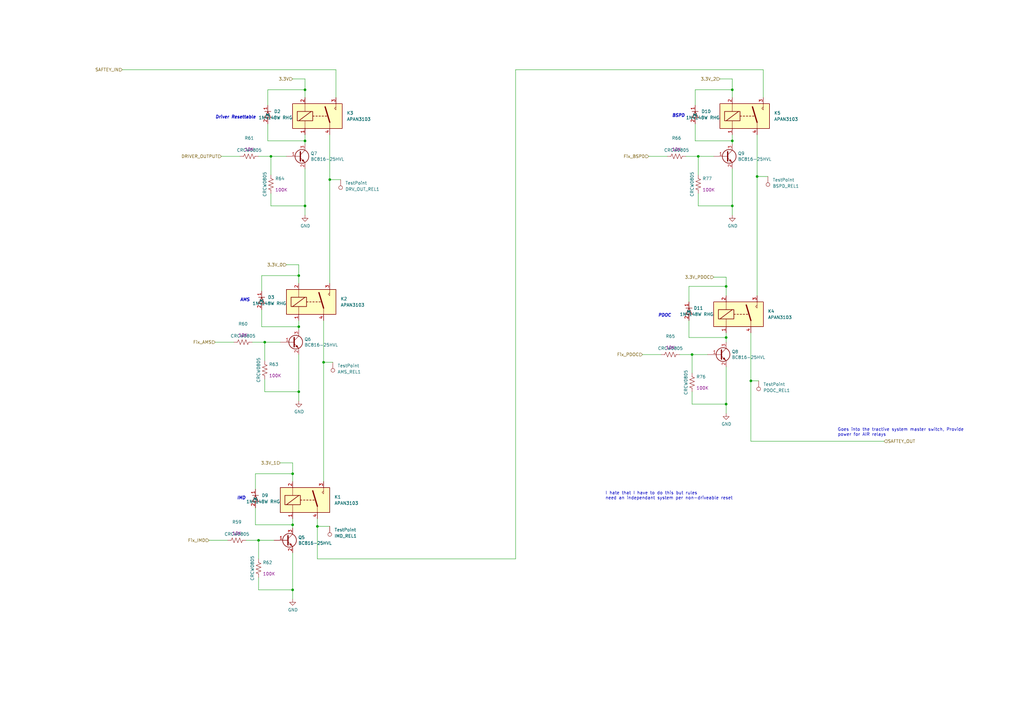
<source format=kicad_sch>
(kicad_sch (version 20231120) (generator "eeschema") (generator_version "8.0")
  (paper "A3")
  (lib_symbols
    (symbol "Connector:TestPoint" (pin_numbers hide) (pin_names (offset 0.762) hide)
      (property "Reference" "TP" (at 0 6.858 0))
      (property "Value" "TestPoint" (at 0 5.08 0))
      (symbol "TestPoint_0_1"
        (circle (center 0 3.302) (radius 0.762))
      )
      (symbol "TestPoint_1_1"
        (pin passive line (at 0 0 90) (length 2.54) (name "1") (number "1"))
      )
    )
    (symbol "Safety-Circuit-rescue:BC816-25HVL-UniSA_Motorsport_Transistor" (pin_names (offset 1.016))
      (property "Reference" "U" (at 4.445 1.27 0))
      (property "Value" "BC816-25HVL-UniSA_Motorsport_Transistor" (at 4.445 -1.27 0))
      (symbol "BC816-25HVL-UniSA_Motorsport_Transistor_1_1"
        (polyline (pts (xy -0.635 0.635) (xy 1.27 2.54)))
        (polyline (pts (xy -0.635 -0.635) (xy 1.27 -2.54) (xy 1.27 -2.54)))
        (polyline (pts (xy -0.635 1.905) (xy -0.635 -1.905) (xy -0.635 -1.905)) (stroke (width 0.508)))
        (polyline (pts (xy 0 -1.778) (xy 0.508 -1.27) (xy 1.016 -2.286) (xy 0 -1.778) (xy 0 -1.778)) (fill (type outline)))
        (circle (center 0 0) (radius 2.8194) (stroke (width 0.254)))
        (pin passive line (at -6.35 0 0) (length 5.715) (name "~") (number "1"))
        (pin passive line (at 1.27 -5.08 90) (length 2.54) (name "~") (number "2"))
        (pin passive line (at 1.27 5.08 270) (length 2.54) (name "~") (number "3"))
      )
    )
    (symbol "UniSA_Motorsport_Diode:1N4148W_RHG"
      (property "Reference" "D" (at 0 1.778 0))
      (property "Value" "1N4148W RHG" (at 0 -2.032 0))
      (symbol "1N4148W_RHG_0_1"
        (polyline (pts (xy -1.27 1.27) (xy -1.27 -1.27)) (stroke (width 0.2032)))
        (polyline (pts (xy 1.27 0) (xy -1.27 0)))
        (polyline (pts (xy 1.27 1.27) (xy 1.27 -1.27) (xy -1.27 0) (xy 1.27 1.27)) (stroke (width 0.2032)))
      )
      (symbol "1N4148W_RHG_1_1"
        (pin passive line (at -3.81 0 0) (length 2.54) (name "K") (number "1"))
        (pin passive line (at 3.81 0 180) (length 2.54) (name "A") (number "2"))
      )
    )
    (symbol "UniSA_Motorsport_Relay:APAN3103" (pin_names (offset 1.016))
      (property "Reference" "K" (at 13.97 0 90))
      (property "Value" "APAN3103" (at 11.43 0 90))
      (symbol "APAN3103_1_1"
        (rectangle (start -10.16 5.08) (end 10.16 -5.08) (stroke (width 0.254)) (fill (type background)))
        (rectangle (start -8.255 1.905) (end -1.905 -1.905) (stroke (width 0.254)))
        (polyline (pts (xy -7.62 -1.905) (xy -2.54 1.905)) (stroke (width 0.254)))
        (polyline (pts (xy -5.08 -5.08) (xy -5.08 -1.905)))
        (polyline (pts (xy -5.08 5.08) (xy -5.08 1.905)))
        (polyline (pts (xy -1.905 0) (xy -1.27 0)) (stroke (width 0.254)))
        (polyline (pts (xy -0.635 0) (xy 0 0)) (stroke (width 0.254)))
        (polyline (pts (xy 0.635 0) (xy 1.27 0)) (stroke (width 0.254)))
        (polyline (pts (xy 1.905 0) (xy 2.54 0)) (stroke (width 0.254)))
        (polyline (pts (xy 3.175 0) (xy 3.81 0)) (stroke (width 0.254)))
        (polyline (pts (xy 5.08 -2.54) (xy 3.175 3.81)) (stroke (width 0.508)))
        (polyline (pts (xy 5.08 -2.54) (xy 5.08 -5.08)))
        (polyline (pts (xy 7.62 5.08) (xy 7.62 2.54) (xy 6.985 3.175) (xy 7.62 3.81)))
        (pin passive line (at -5.08 -7.62 90) (length 2.54) (name "~") (number "1"))
        (pin passive line (at -5.08 7.62 270) (length 2.54) (name "~") (number "2"))
        (pin passive line (at 7.62 7.62 270) (length 2.54) (name "~") (number "3"))
        (pin passive line (at 5.08 -7.62 90) (length 2.54) (name "~") (number "4"))
      )
    )
    (symbol "UniSA_Motorsport_Resistor:CRCW0805" (pin_numbers hide) (pin_names (offset 0))
      (property "Reference" "R" (at 2.54 0 90))
      (property "Value" "CRCW0805" (at -2.54 0 90))
      (property "Resistance" "Give a E24 value" (at 5.08 0 90))
      (symbol "CRCW0805_0_1"
        (polyline (pts (xy 0 -2.286) (xy 0 -2.54)))
        (polyline (pts (xy 0 2.286) (xy 0 2.54)))
        (polyline (pts (xy 0 -0.762) (xy 1.016 -1.143) (xy 0 -1.524) (xy -1.016 -1.905) (xy 0 -2.286)))
        (polyline (pts (xy 0 0.762) (xy 1.016 0.381) (xy 0 0) (xy -1.016 -0.381) (xy 0 -0.762)))
        (polyline (pts (xy 0 2.286) (xy 1.016 1.905) (xy 0 1.524) (xy -1.016 1.143) (xy 0 0.762)))
      )
      (symbol "CRCW0805_1_1"
        (pin passive line (at 0 3.81 270) (length 1.27) (name "~") (number "1"))
        (pin passive line (at 0 -3.81 90) (length 1.27) (name "~") (number "2"))
      )
    )
    (symbol "power:GND" (power) (pin_names (offset 0))
      (property "Value" "GND" (at 0 -3.81 0))
      (symbol "GND_0_1"
        (polyline (pts (xy 0 0) (xy 0 -1.27) (xy 1.27 -1.27) (xy 0 -2.54) (xy -1.27 -1.27) (xy 0 -1.27)))
      )
      (symbol "GND_1_1"
        (pin power_in line (at 0 0 270) (length 0) hide (name "GND") (number "1"))
      )
    )
  )
  (junction (at 283.845 145.415))
  (junction (at 297.815 165.735))
  (junction (at 122.555 113.03))
  (junction (at 106.045 221.615))
  (junction (at 108.585 140.335))
  (junction (at 120.015 241.935))
  (junction (at 286.385 64.135))
  (junction (at 120.015 194.31))
  (junction (at 125.095 57.785))
  (junction (at 111.125 64.135))
  (junction (at 135.255 73.66))
  (junction (at 122.555 160.655))
  (junction (at 122.555 133.985))
  (junction (at 297.815 117.475))
  (junction (at 300.355 84.455))
  (junction (at 297.815 138.43))
  (junction (at 132.715 148.59))
  (junction (at 300.355 36.83))
  (junction (at 120.015 215.265))
  (junction (at 125.095 84.455))
  (junction (at 307.975 156.21))
  (junction (at 310.515 72.39))
  (junction (at 130.175 215.9))
  (junction (at 125.095 36.83))
  (junction (at 300.355 57.785))
  (wire (pts (xy 120.015 197.485) (xy 120.015 194.31)))
  (wire (pts (xy 106.045 229.235) (xy 106.045 221.615)))
  (wire (pts (xy 95.885 140.335) (xy 88.265 140.335)))
  (wire (pts (xy 108.585 147.955) (xy 108.585 140.335)))
  (wire (pts (xy 106.045 221.615) (xy 112.395 221.615)))
  (wire (pts (xy 132.715 148.59) (xy 136.525 148.59)))
  (wire (pts (xy 211.455 28.575) (xy 313.055 28.575)))
  (wire (pts (xy 125.095 69.215) (xy 125.095 84.455)))
  (wire (pts (xy 211.455 229.235) (xy 130.175 229.235)))
  (wire (pts (xy 282.575 117.475) (xy 297.815 117.475)))
  (wire (pts (xy 297.815 150.495) (xy 297.815 165.735)))
  (wire (pts (xy 109.855 43.18) (xy 109.855 36.83)))
  (wire (pts (xy 120.015 241.935) (xy 120.015 245.745)))
  (wire (pts (xy 108.585 160.655) (xy 122.555 160.655)))
  (wire (pts (xy 122.555 133.985) (xy 122.555 135.255)))
  (wire (pts (xy 282.575 138.43) (xy 297.815 138.43)))
  (wire (pts (xy 286.385 84.455) (xy 300.355 84.455)))
  (wire (pts (xy 297.815 121.285) (xy 297.815 117.475)))
  (wire (pts (xy 125.095 57.785) (xy 125.095 59.055)))
  (wire (pts (xy 273.685 64.135) (xy 266.065 64.135)))
  (wire (pts (xy 125.095 32.385) (xy 120.015 32.385)))
  (wire (pts (xy 286.385 64.135) (xy 281.305 64.135)))
  (wire (pts (xy 300.355 55.245) (xy 300.355 57.785)))
  (wire (pts (xy 125.095 55.245) (xy 125.095 57.785)))
  (wire (pts (xy 283.845 153.035) (xy 283.845 145.415)))
  (wire (pts (xy 130.175 212.725) (xy 130.175 215.9)))
  (wire (pts (xy 111.125 64.135) (xy 106.045 64.135)))
  (wire (pts (xy 50.165 28.575) (xy 137.795 28.575)))
  (wire (pts (xy 125.095 36.83) (xy 125.095 32.385)))
  (wire (pts (xy 307.975 180.975) (xy 362.585 180.975)))
  (wire (pts (xy 108.585 140.335) (xy 103.505 140.335)))
  (wire (pts (xy 122.555 160.655) (xy 122.555 164.465)))
  (wire (pts (xy 120.015 226.695) (xy 120.015 241.935)))
  (wire (pts (xy 211.455 28.575) (xy 211.455 229.235)))
  (wire (pts (xy 135.255 73.66) (xy 139.7 73.66)))
  (wire (pts (xy 107.315 133.985) (xy 122.555 133.985)))
  (wire (pts (xy 120.015 212.725) (xy 120.015 215.265)))
  (wire (pts (xy 300.355 69.215) (xy 300.355 84.455)))
  (wire (pts (xy 297.815 117.475) (xy 297.815 113.665)))
  (wire (pts (xy 285.115 36.83) (xy 300.355 36.83)))
  (wire (pts (xy 111.125 64.135) (xy 117.475 64.135)))
  (wire (pts (xy 307.975 156.21) (xy 307.975 180.975)))
  (wire (pts (xy 104.775 200.66) (xy 104.775 194.31)))
  (wire (pts (xy 297.815 113.665) (xy 292.735 113.665)))
  (wire (pts (xy 285.115 57.785) (xy 300.355 57.785)))
  (wire (pts (xy 297.815 165.735) (xy 297.815 169.545)))
  (wire (pts (xy 313.055 28.575) (xy 313.055 40.005)))
  (wire (pts (xy 120.015 189.865) (xy 114.935 189.865)))
  (wire (pts (xy 286.385 64.135) (xy 292.735 64.135)))
  (wire (pts (xy 108.585 140.335) (xy 114.935 140.335)))
  (wire (pts (xy 282.575 131.445) (xy 282.575 138.43)))
  (wire (pts (xy 122.555 116.205) (xy 122.555 113.03)))
  (wire (pts (xy 286.385 71.755) (xy 286.385 64.135)))
  (wire (pts (xy 310.515 72.39) (xy 310.515 121.285)))
  (wire (pts (xy 285.115 43.18) (xy 285.115 36.83)))
  (wire (pts (xy 107.315 127) (xy 107.315 133.985)))
  (wire (pts (xy 135.255 73.66) (xy 135.255 116.205)))
  (wire (pts (xy 300.355 84.455) (xy 300.355 88.265)))
  (wire (pts (xy 106.045 241.935) (xy 120.015 241.935)))
  (wire (pts (xy 104.775 194.31) (xy 120.015 194.31)))
  (wire (pts (xy 122.555 108.585) (xy 117.475 108.585)))
  (wire (pts (xy 300.355 57.785) (xy 300.355 59.055)))
  (wire (pts (xy 132.715 131.445) (xy 132.715 148.59)))
  (wire (pts (xy 130.175 215.9) (xy 130.175 229.235)))
  (wire (pts (xy 283.845 165.735) (xy 297.815 165.735)))
  (wire (pts (xy 109.855 57.785) (xy 125.095 57.785)))
  (wire (pts (xy 111.125 79.375) (xy 111.125 84.455)))
  (wire (pts (xy 107.315 119.38) (xy 107.315 113.03)))
  (wire (pts (xy 285.115 50.8) (xy 285.115 57.785)))
  (wire (pts (xy 300.355 40.005) (xy 300.355 36.83)))
  (wire (pts (xy 108.585 155.575) (xy 108.585 160.655)))
  (wire (pts (xy 106.045 236.855) (xy 106.045 241.935)))
  (wire (pts (xy 104.775 215.265) (xy 120.015 215.265)))
  (wire (pts (xy 300.355 32.385) (xy 295.275 32.385)))
  (wire (pts (xy 297.815 136.525) (xy 297.815 138.43)))
  (wire (pts (xy 98.425 64.135) (xy 90.805 64.135)))
  (wire (pts (xy 93.345 221.615) (xy 85.725 221.615)))
  (wire (pts (xy 109.855 36.83) (xy 125.095 36.83)))
  (wire (pts (xy 297.815 138.43) (xy 297.815 140.335)))
  (wire (pts (xy 307.975 136.525) (xy 307.975 156.21)))
  (wire (pts (xy 111.125 84.455) (xy 125.095 84.455)))
  (wire (pts (xy 310.515 72.39) (xy 314.96 72.39)))
  (wire (pts (xy 122.555 145.415) (xy 122.555 160.655)))
  (wire (pts (xy 135.255 55.245) (xy 135.255 73.66)))
  (wire (pts (xy 310.515 55.245) (xy 310.515 72.39)))
  (wire (pts (xy 104.775 208.28) (xy 104.775 215.265)))
  (wire (pts (xy 125.095 84.455) (xy 125.095 88.265)))
  (wire (pts (xy 137.795 28.575) (xy 137.795 40.005)))
  (wire (pts (xy 300.355 36.83) (xy 300.355 32.385)))
  (wire (pts (xy 283.845 145.415) (xy 278.765 145.415)))
  (wire (pts (xy 122.555 131.445) (xy 122.555 133.985)))
  (wire (pts (xy 111.125 71.755) (xy 111.125 64.135)))
  (wire (pts (xy 307.975 156.21) (xy 311.15 156.21)))
  (wire (pts (xy 122.555 113.03) (xy 122.555 108.585)))
  (wire (pts (xy 125.095 40.005) (xy 125.095 36.83)))
  (wire (pts (xy 109.855 50.8) (xy 109.855 57.785)))
  (wire (pts (xy 130.175 215.9) (xy 135.255 215.9)))
  (wire (pts (xy 286.385 79.375) (xy 286.385 84.455)))
  (wire (pts (xy 271.145 145.415) (xy 263.525 145.415)))
  (wire (pts (xy 120.015 215.265) (xy 120.015 216.535)))
  (wire (pts (xy 106.045 221.615) (xy 100.965 221.615)))
  (wire (pts (xy 120.015 194.31) (xy 120.015 189.865)))
  (wire (pts (xy 283.845 145.415) (xy 290.195 145.415)))
  (wire (pts (xy 283.845 160.655) (xy 283.845 165.735)))
  (wire (pts (xy 282.575 123.825) (xy 282.575 117.475)))
  (wire (pts (xy 107.315 113.03) (xy 122.555 113.03)))
  (wire (pts (xy 132.715 148.59) (xy 132.715 197.485)))
  (text "I hate that I have to do this but rules\nneed an independant system per non-driveable reset" (at 248.285 205.105 0) (effects (font (size 1.27 1.27)) (justify left bottom)))
  (text "Goes into the tractive system master switch, Provide\npower for AIR relays" (at 343.535 179.07 0) (effects (font (size 1.27 1.27)) (justify left bottom)))
  (text "AMS" (at 98.425 123.825 0) (effects (font (size 1.27 1.27) (thickness 0.254) (bold yes) (italic yes)) (justify left bottom)))
  (text "PDOC" (at 269.875 130.175 0) (effects (font (size 1.27 1.27) (thickness 0.254) (bold yes) (italic yes)) (justify left bottom)))
  (text "Driver Resettable" (at 88.265 48.895 0) (effects (font (size 1.27 1.27) (thickness 0.254) (bold yes) (italic yes)) (justify left bottom)))
  (text "IMD" (at 97.155 205.105 0) (effects (font (size 1.27 1.27) (thickness 0.254) (bold yes) (italic yes)) (justify left bottom)))
  (text "BSPD" (at 275.59 48.26 0) (effects (font (size 1.27 1.27) (thickness 0.254) (bold yes) (italic yes)) (justify left bottom)))
  (hierarchical_label "DRIVER_OUTPUT" (shape input) (at 90.805 64.135 180))
  (hierarchical_label "3.3V_0" (shape input) (at 117.475 108.585 180))
  (hierarchical_label "Fix_BSPD" (shape input) (at 266.065 64.135 180))
  (hierarchical_label "SAFTEY_IN" (shape input) (at 50.165 28.575 180))
  (hierarchical_label "3.3V_2" (shape input) (at 295.275 32.385 180))
  (hierarchical_label "3.3V_PDOC" (shape input) (at 292.735 113.665 180))
  (hierarchical_label "Fix_AMS" (shape input) (at 88.265 140.335 180))
  (hierarchical_label "SAFTEY_OUT" (shape input) (at 362.585 180.975 0))
  (hierarchical_label "Fix_PDOC" (shape input) (at 263.525 145.415 180))
  (hierarchical_label "3.3V" (shape input) (at 120.015 32.385 180))
  (hierarchical_label "Fix_IMD" (shape input) (at 85.725 221.615 180))
  (hierarchical_label "3.3V_1" (shape input) (at 114.935 189.865 180))
  (symbol (lib_id "UniSA_Motorsport_Resistor:CRCW0805") (at 274.955 145.415 270) (unit 1)
    (property "Reference" "R65" (at 274.955 137.922 90))
    (property "Value" "CRCW0805" (at 274.955 142.875 90))
    (property "Footprint" "UniSA_Motorsport_Resistor:0805" (effects (hide yes)))
    (property "Datasheet" "https://au.mouser.com/datasheet/2/427/dcrcwe3-1762152.pdf" (effects (hide yes)))
    (property "Resistance" "10K" (at 274.955 142.5448 90))
    (property "Voltage Rating" "150V" (effects (hide yes)))
    (property "Power Rating" "125mW" (effects (hide yes)))
    (property "E24 Values" "http://www.ohmslawcalculator.com/e24-resistor-sizes" (effects (hide yes)))
    (instances (project "shutdownPCB" (path "" (reference "R65") (unit 1))) (project "Safety Circuit" (path "" (reference "R120") (unit 1))))
  )
  (symbol (lib_id "UniSA_Motorsport_Resistor:CRCW0805") (at 283.845 156.845 0) (unit 1)
    (property "Reference" "R76" (at 285.5722 154.5336 0) (effects (justify left)))
    (property "Value" "CRCW0805" (at 281.305 156.845 90))
    (property "Footprint" "UniSA_Motorsport_Resistor:0805" (effects (hide yes)))
    (property "Datasheet" "https://au.mouser.com/datasheet/2/427/dcrcwe3-1762152.pdf" (effects (hide yes)))
    (property "Resistance" "100K" (at 285.5722 159.1564 0) (effects (justify left)))
    (property "Voltage Rating" "150V" (effects (hide yes)))
    (property "Power Rating" "125mW" (effects (hide yes)))
    (property "E24 Values" "http://www.ohmslawcalculator.com/e24-resistor-sizes" (effects (hide yes)))
    (instances (project "shutdownPCB" (path "" (reference "R76") (unit 1))) (project "Safety Circuit" (path "" (reference "R122") (unit 1))))
  )
  (symbol (lib_id "power:GND") (at 120.015 245.745 0) (unit 1)
    (property "Reference" "#PWR0116" (effects (hide yes)))
    (property "Value" "GND" (at 120.142 250.1392 0))
    (instances (project "shutdownPCB" (path "" (reference "#PWR0116") (unit 1))) (project "Safety Circuit" (path "" (reference "#PWR063") (unit 1))))
  )
  (symbol (lib_id "UniSA_Motorsport_Diode:1N4148W_RHG") (at 107.315 123.19 270) (unit 1)
    (property "Reference" "D3" (at 109.855 121.9199 90) (effects (justify left)))
    (property "Value" "1N4148W RHG" (at 103.505 124.46 90) (effects (justify left)))
    (property "Footprint" "UniSA_Motorsport_Diode:SOD-123F-2" (effects (hide yes)))
    (property "Datasheet" "https://au.mouser.com/ProductDetail/Taiwan-Semiconductor/1N4148W-RHG?qs=KwaGCOX4wIag2YPLXylAvA%3D%3D" (effects (hide yes)))
    (property "Description" "Flyback diode" (effects (hide yes)))
  )
  (symbol (lib_id "Safety-Circuit-rescue:BC816-25HVL-UniSA_Motorsport_Transistor") (at 299.085 64.135 0) (unit 1)
    (property "Reference" "Q9" (at 302.641 62.9666 0) (effects (justify left)))
    (property "Value" "BC816-25HVL" (at 302.641 65.278 0) (effects (justify left)))
    (property "Footprint" "UniSA_Motorsport_SOT_TO:SOT-23-3" (effects (hide yes)))
    (property "Datasheet" "https://au.mouser.com/datasheet/2/916/BC816H_SER-1839928.pdf" (effects (hide yes)))
    (instances (project "shutdownPCB" (path "" (reference "Q9") (unit 1))) (project "Safety Circuit" (path "" (reference "Q11") (unit 1))))
  )
  (symbol (lib_id "UniSA_Motorsport_Relay:APAN3103") (at 130.175 47.625 0) (unit 1)
    (property "Reference" "K3" (at 142.24 46.3549 0) (effects (justify left)))
    (property "Value" "APAN3103" (at 142.24 48.8949 0) (effects (justify left)))
    (property "Footprint" "UniSA_Motorsport_Others:APAN3103" (effects (hide yes)))
    (property "Datasheet" "https://octopart.com/apan3103-panasonic-73741787?r=sp" (effects (hide yes)))
  )
  (symbol (lib_id "Connector:TestPoint") (at 135.255 215.9 180) (unit 1)
    (property "Reference" "IMD_REL1" (at 137.16 219.837 0) (effects (justify right)))
    (property "Value" "TestPoint" (at 137.16 217.297 0) (effects (justify right)))
    (property "Footprint" "TestPoint:TestPoint_Pad_D2.0mm" (effects (hide yes)))
  )
  (symbol (lib_id "UniSA_Motorsport_Resistor:CRCW0805") (at 99.695 140.335 270) (unit 1)
    (property "Reference" "R60" (at 99.695 132.842 90))
    (property "Value" "CRCW0805" (at 99.695 137.795 90))
    (property "Footprint" "UniSA_Motorsport_Resistor:0805" (effects (hide yes)))
    (property "Datasheet" "https://au.mouser.com/datasheet/2/427/dcrcwe3-1762152.pdf" (effects (hide yes)))
    (property "Resistance" "10K" (at 99.695 137.4648 90))
    (property "Voltage Rating" "150V" (effects (hide yes)))
    (property "Power Rating" "125mW" (effects (hide yes)))
    (property "E24 Values" "http://www.ohmslawcalculator.com/e24-resistor-sizes" (effects (hide yes)))
    (instances (project "shutdownPCB" (path "" (reference "R60") (unit 1))) (project "Safety Circuit" (path "" (reference "R111") (unit 1))))
  )
  (symbol (lib_id "Safety-Circuit-rescue:BC816-25HVL-UniSA_Motorsport_Transistor") (at 121.285 140.335 0) (unit 1)
    (property "Reference" "Q6" (at 124.841 139.1666 0) (effects (justify left)))
    (property "Value" "BC816-25HVL" (at 124.841 141.478 0) (effects (justify left)))
    (property "Footprint" "UniSA_Motorsport_SOT_TO:SOT-23-3" (effects (hide yes)))
    (property "Datasheet" "https://au.mouser.com/datasheet/2/916/BC816H_SER-1839928.pdf" (effects (hide yes)))
    (instances (project "shutdownPCB" (path "" (reference "Q6") (unit 1))) (project "Safety Circuit" (path "" (reference "Q7") (unit 1))))
  )
  (symbol (lib_id "UniSA_Motorsport_Diode:1N4148W_RHG") (at 104.775 204.47 270) (unit 1)
    (property "Reference" "D9" (at 107.315 203.1999 90) (effects (justify left)))
    (property "Value" "1N4148W RHG" (at 100.965 205.74 90) (effects (justify left)))
    (property "Footprint" "UniSA_Motorsport_Diode:SOD-123F-2" (effects (hide yes)))
    (property "Datasheet" "https://au.mouser.com/ProductDetail/Taiwan-Semiconductor/1N4148W-RHG?qs=KwaGCOX4wIag2YPLXylAvA%3D%3D" (effects (hide yes)))
    (property "Description" "Flyback diode" (effects (hide yes)))
  )
  (symbol (lib_id "power:GND") (at 122.555 164.465 0) (unit 1)
    (property "Reference" "#PWR0117" (effects (hide yes)))
    (property "Value" "GND" (at 122.682 168.8592 0))
    (instances (project "shutdownPCB" (path "" (reference "#PWR0117") (unit 1))) (project "Safety Circuit" (path "" (reference "#PWR062") (unit 1))))
  )
  (symbol (lib_id "UniSA_Motorsport_Resistor:CRCW0805") (at 97.155 221.615 270) (unit 1)
    (property "Reference" "R59" (at 97.155 214.122 90))
    (property "Value" "CRCW0805" (at 97.155 219.075 90))
    (property "Footprint" "UniSA_Motorsport_Resistor:0805" (effects (hide yes)))
    (property "Datasheet" "https://au.mouser.com/datasheet/2/427/dcrcwe3-1762152.pdf" (effects (hide yes)))
    (property "Resistance" "10K" (at 97.155 218.7448 90))
    (property "Voltage Rating" "150V" (effects (hide yes)))
    (property "Power Rating" "125mW" (effects (hide yes)))
    (property "E24 Values" "http://www.ohmslawcalculator.com/e24-resistor-sizes" (effects (hide yes)))
    (instances (project "shutdownPCB" (path "" (reference "R59") (unit 1))) (project "Safety Circuit" (path "" (reference "R112") (unit 1))))
  )
  (symbol (lib_id "Safety-Circuit-rescue:BC816-25HVL-UniSA_Motorsport_Transistor") (at 296.545 145.415 0) (unit 1)
    (property "Reference" "Q8" (at 300.101 144.2466 0) (effects (justify left)))
    (property "Value" "BC816-25HVL" (at 300.101 146.558 0) (effects (justify left)))
    (property "Footprint" "UniSA_Motorsport_SOT_TO:SOT-23-3" (effects (hide yes)))
    (property "Datasheet" "https://au.mouser.com/datasheet/2/916/BC816H_SER-1839928.pdf" (effects (hide yes)))
    (instances (project "shutdownPCB" (path "" (reference "Q8") (unit 1))) (project "Safety Circuit" (path "" (reference "Q12") (unit 1))))
  )
  (symbol (lib_id "UniSA_Motorsport_Diode:1N4148W_RHG") (at 285.115 46.99 270) (unit 1)
    (property "Reference" "D10" (at 287.655 45.7199 90) (effects (justify left)))
    (property "Value" "1N4148W RHG" (at 281.305 48.26 90) (effects (justify left)))
    (property "Footprint" "UniSA_Motorsport_Diode:SOD-123F-2" (effects (hide yes)))
    (property "Datasheet" "https://au.mouser.com/ProductDetail/Taiwan-Semiconductor/1N4148W-RHG?qs=KwaGCOX4wIag2YPLXylAvA%3D%3D" (effects (hide yes)))
    (property "Description" "Flyback diode" (effects (hide yes)))
  )
  (symbol (lib_id "Safety-Circuit-rescue:BC816-25HVL-UniSA_Motorsport_Transistor") (at 123.825 64.135 0) (unit 1)
    (property "Reference" "Q7" (at 127.381 62.9666 0) (effects (justify left)))
    (property "Value" "BC816-25HVL" (at 127.381 65.278 0) (effects (justify left)))
    (property "Footprint" "UniSA_Motorsport_SOT_TO:SOT-23-3" (effects (hide yes)))
    (property "Datasheet" "https://au.mouser.com/datasheet/2/916/BC816H_SER-1839928.pdf" (effects (hide yes)))
    (instances (project "shutdownPCB" (path "" (reference "Q7") (unit 1))) (project "Safety Circuit" (path "" (reference "Q2") (unit 1))))
  )
  (symbol (lib_id "Connector:TestPoint") (at 311.15 156.21 180) (unit 1)
    (property "Reference" "PDOC_REL1" (at 313.055 160.147 0) (effects (justify right)))
    (property "Value" "TestPoint" (at 313.055 157.607 0) (effects (justify right)))
    (property "Footprint" "TestPoint:TestPoint_Pad_D2.0mm" (effects (hide yes)))
  )
  (symbol (lib_id "power:GND") (at 300.355 88.265 0) (unit 1)
    (property "Reference" "#PWR0129" (effects (hide yes)))
    (property "Value" "GND" (at 300.482 92.6592 0))
    (instances (project "shutdownPCB" (path "" (reference "#PWR0129") (unit 1))) (project "Safety Circuit" (path "" (reference "#PWR064") (unit 1))))
  )
  (symbol (lib_id "Connector:TestPoint") (at 139.7 73.66 180) (unit 1)
    (property "Reference" "DRV_OUT_REL1" (at 141.605 77.597 0) (effects (justify right)))
    (property "Value" "TestPoint" (at 141.605 75.057 0) (effects (justify right)))
    (property "Footprint" "TestPoint:TestPoint_Pad_D2.0mm" (effects (hide yes)))
  )
  (symbol (lib_id "Connector:TestPoint") (at 314.96 72.39 180) (unit 1)
    (property "Reference" "BSPD_REL1" (at 316.865 76.327 0) (effects (justify right)))
    (property "Value" "TestPoint" (at 316.865 73.787 0) (effects (justify right)))
    (property "Footprint" "TestPoint:TestPoint_Pad_D2.0mm" (effects (hide yes)))
  )
  (symbol (lib_id "Connector:TestPoint") (at 136.525 148.59 180) (unit 1)
    (property "Reference" "AMS_REL1" (at 138.43 152.527 0) (effects (justify right)))
    (property "Value" "TestPoint" (at 138.43 149.987 0) (effects (justify right)))
    (property "Footprint" "TestPoint:TestPoint_Pad_D2.0mm" (effects (hide yes)))
  )
  (symbol (lib_id "UniSA_Motorsport_Resistor:CRCW0805") (at 106.045 233.045 0) (unit 1)
    (property "Reference" "R62" (at 107.7722 230.7336 0) (effects (justify left)))
    (property "Value" "CRCW0805" (at 103.505 233.045 90))
    (property "Footprint" "UniSA_Motorsport_Resistor:0805" (effects (hide yes)))
    (property "Datasheet" "https://au.mouser.com/datasheet/2/427/dcrcwe3-1762152.pdf" (effects (hide yes)))
    (property "Resistance" "100K" (at 107.7722 235.3564 0) (effects (justify left)))
    (property "Voltage Rating" "150V" (effects (hide yes)))
    (property "Power Rating" "125mW" (effects (hide yes)))
    (property "E24 Values" "http://www.ohmslawcalculator.com/e24-resistor-sizes" (effects (hide yes)))
    (instances (project "shutdownPCB" (path "" (reference "R62") (unit 1))) (project "Safety Circuit" (path "" (reference "R114") (unit 1))))
  )
  (symbol (lib_id "power:GND") (at 125.095 88.265 0) (unit 1)
    (property "Reference" "#PWR0118" (effects (hide yes)))
    (property "Value" "GND" (at 125.222 92.6592 0))
    (instances (project "shutdownPCB" (path "" (reference "#PWR0118") (unit 1))) (project "Safety Circuit" (path "" (reference "#PWR068") (unit 1))))
  )
  (symbol (lib_id "UniSA_Motorsport_Relay:APAN3103") (at 125.095 205.105 0) (unit 1)
    (property "Reference" "K1" (at 137.16 203.8349 0) (effects (justify left)))
    (property "Value" "APAN3103" (at 137.16 206.3749 0) (effects (justify left)))
    (property "Footprint" "UniSA_Motorsport_Others:APAN3103" (effects (hide yes)))
    (property "Datasheet" "https://octopart.com/apan3103-panasonic-73741787?r=sp" (effects (hide yes)))
  )
  (symbol (lib_id "Safety-Circuit-rescue:BC816-25HVL-UniSA_Motorsport_Transistor") (at 118.745 221.615 0) (unit 1)
    (property "Reference" "Q5" (at 122.301 220.4466 0) (effects (justify left)))
    (property "Value" "BC816-25HVL" (at 122.301 222.758 0) (effects (justify left)))
    (property "Footprint" "UniSA_Motorsport_SOT_TO:SOT-23-3" (effects (hide yes)))
    (property "Datasheet" "https://au.mouser.com/datasheet/2/916/BC816H_SER-1839928.pdf" (effects (hide yes)))
    (instances (project "shutdownPCB" (path "" (reference "Q5") (unit 1))) (project "Safety Circuit" (path "" (reference "Q8") (unit 1))))
  )
  (symbol (lib_id "UniSA_Motorsport_Relay:APAN3103") (at 305.435 47.625 0) (unit 1)
    (property "Reference" "K5" (at 317.5 46.3549 0) (effects (justify left)))
    (property "Value" "APAN3103" (at 317.5 48.8949 0) (effects (justify left)))
    (property "Footprint" "UniSA_Motorsport_Others:APAN3103" (effects (hide yes)))
    (property "Datasheet" "https://octopart.com/apan3103-panasonic-73741787?r=sp" (effects (hide yes)))
  )
  (symbol (lib_id "UniSA_Motorsport_Resistor:CRCW0805") (at 102.235 64.135 270) (unit 1)
    (property "Reference" "R61" (at 102.235 56.642 90))
    (property "Value" "CRCW0805" (at 102.235 61.595 90))
    (property "Footprint" "UniSA_Motorsport_Resistor:0805" (effects (hide yes)))
    (property "Datasheet" "https://au.mouser.com/datasheet/2/427/dcrcwe3-1762152.pdf" (effects (hide yes)))
    (property "Resistance" "10K" (at 102.235 61.2648 90))
    (property "Voltage Rating" "150V" (effects (hide yes)))
    (property "Power Rating" "125mW" (effects (hide yes)))
    (property "E24 Values" "http://www.ohmslawcalculator.com/e24-resistor-sizes" (effects (hide yes)))
    (instances (project "shutdownPCB" (path "" (reference "R61") (unit 1))) (project "Safety Circuit" (path "" (reference "R48") (unit 1))))
  )
  (symbol (lib_id "UniSA_Motorsport_Relay:APAN3103") (at 127.635 123.825 0) (unit 1)
    (property "Reference" "K2" (at 139.7 122.5549 0) (effects (justify left)))
    (property "Value" "APAN3103" (at 139.7 125.0949 0) (effects (justify left)))
    (property "Footprint" "UniSA_Motorsport_Others:APAN3103" (effects (hide yes)))
    (property "Datasheet" "https://octopart.com/apan3103-panasonic-73741787?r=sp" (effects (hide yes)))
    (instances (project "shutdownPCB" (path "" (reference "K2") (unit 1))) (project "Safety Circuit" (path "" (reference "K3") (unit 1))))
  )
  (symbol (lib_id "UniSA_Motorsport_Diode:1N4148W_RHG") (at 109.855 46.99 270) (unit 1)
    (property "Reference" "D2" (at 112.395 45.7199 90) (effects (justify left)))
    (property "Value" "1N4148W RHG" (at 106.045 48.26 90) (effects (justify left)))
    (property "Footprint" "UniSA_Motorsport_Diode:SOD-123F-2" (effects (hide yes)))
    (property "Datasheet" "https://au.mouser.com/ProductDetail/Taiwan-Semiconductor/1N4148W-RHG?qs=KwaGCOX4wIag2YPLXylAvA%3D%3D" (effects (hide yes)))
    (property "Description" "Flyback diode" (effects (hide yes)))
  )
  (symbol (lib_id "UniSA_Motorsport_Resistor:CRCW0805") (at 111.125 75.565 0) (unit 1)
    (property "Reference" "R64" (at 112.8522 73.2536 0) (effects (justify left)))
    (property "Value" "CRCW0805" (at 108.585 75.565 90))
    (property "Footprint" "UniSA_Motorsport_Resistor:0805" (effects (hide yes)))
    (property "Datasheet" "https://au.mouser.com/datasheet/2/427/dcrcwe3-1762152.pdf" (effects (hide yes)))
    (property "Resistance" "100K" (at 112.8522 77.8764 0) (effects (justify left)))
    (property "Voltage Rating" "150V" (effects (hide yes)))
    (property "Power Rating" "125mW" (effects (hide yes)))
    (property "E24 Values" "http://www.ohmslawcalculator.com/e24-resistor-sizes" (effects (hide yes)))
    (instances (project "shutdownPCB" (path "" (reference "R64") (unit 1))) (project "Safety Circuit" (path "" (reference "R49") (unit 1))))
  )
  (symbol (lib_id "power:GND") (at 297.815 169.545 0) (unit 1)
    (property "Reference" "#PWR0119" (effects (hide yes)))
    (property "Value" "GND" (at 297.942 173.9392 0))
    (instances (project "shutdownPCB" (path "" (reference "#PWR0119") (unit 1))) (project "Safety Circuit" (path "" (reference "#PWR065") (unit 1))))
  )
  (symbol (lib_id "UniSA_Motorsport_Resistor:CRCW0805") (at 286.385 75.565 0) (unit 1)
    (property "Reference" "R77" (at 288.1122 73.2536 0) (effects (justify left)))
    (property "Value" "CRCW0805" (at 283.845 75.565 90))
    (property "Footprint" "UniSA_Motorsport_Resistor:0805" (effects (hide yes)))
    (property "Datasheet" "https://au.mouser.com/datasheet/2/427/dcrcwe3-1762152.pdf" (effects (hide yes)))
    (property "Resistance" "100K" (at 288.1122 77.8764 0) (effects (justify left)))
    (property "Voltage Rating" "150V" (effects (hide yes)))
    (property "Power Rating" "125mW" (effects (hide yes)))
    (property "E24 Values" "http://www.ohmslawcalculator.com/e24-resistor-sizes" (effects (hide yes)))
    (instances (project "shutdownPCB" (path "" (reference "R77") (unit 1))) (project "Safety Circuit" (path "" (reference "R121") (unit 1))))
  )
  (symbol (lib_id "UniSA_Motorsport_Resistor:CRCW0805") (at 108.585 151.765 0) (unit 1)
    (property "Reference" "R63" (at 110.3122 149.4536 0) (effects (justify left)))
    (property "Value" "CRCW0805" (at 106.045 151.765 90))
    (property "Footprint" "UniSA_Motorsport_Resistor:0805" (effects (hide yes)))
    (property "Datasheet" "https://au.mouser.com/datasheet/2/427/dcrcwe3-1762152.pdf" (effects (hide yes)))
    (property "Resistance" "100K" (at 110.3122 154.0764 0) (effects (justify left)))
    (property "Voltage Rating" "150V" (effects (hide yes)))
    (property "Power Rating" "125mW" (effects (hide yes)))
    (property "E24 Values" "http://www.ohmslawcalculator.com/e24-resistor-sizes" (effects (hide yes)))
    (instances (project "shutdownPCB" (path "" (reference "R63") (unit 1))) (project "Safety Circuit" (path "" (reference "R113") (unit 1))))
  )
  (symbol (lib_id "UniSA_Motorsport_Relay:APAN3103") (at 302.895 128.905 0) (unit 1)
    (property "Reference" "K4" (at 314.96 127.6349 0) (effects (justify left)))
    (property "Value" "APAN3103" (at 314.96 130.1749 0) (effects (justify left)))
    (property "Footprint" "UniSA_Motorsport_Others:APAN3103" (effects (hide yes)))
    (property "Datasheet" "https://octopart.com/apan3103-panasonic-73741787?r=sp" (effects (hide yes)))
  )
  (symbol (lib_id "UniSA_Motorsport_Diode:1N4148W_RHG") (at 282.575 127.635 270) (unit 1)
    (property "Reference" "D11" (at 284.48 126.365 90) (effects (justify left)))
    (property "Value" "1N4148W RHG" (at 278.765 128.905 90) (effects (justify left)))
    (property "Footprint" "UniSA_Motorsport_Diode:SOD-123F-2" (effects (hide yes)))
    (property "Datasheet" "https://au.mouser.com/ProductDetail/Taiwan-Semiconductor/1N4148W-RHG?qs=KwaGCOX4wIag2YPLXylAvA%3D%3D" (effects (hide yes)))
    (property "Description" "Flyback diode" (effects (hide yes)))
  )
  (symbol (lib_id "UniSA_Motorsport_Resistor:CRCW0805") (at 277.495 64.135 270) (unit 1)
    (property "Reference" "R66" (at 277.495 56.642 90))
    (property "Value" "CRCW0805" (at 277.495 61.595 90))
    (property "Footprint" "UniSA_Motorsport_Resistor:0805" (effects (hide yes)))
    (property "Datasheet" "https://au.mouser.com/datasheet/2/427/dcrcwe3-1762152.pdf" (effects (hide yes)))
    (property "Resistance" "10K" (at 277.495 61.2648 90))
    (property "Voltage Rating" "150V" (effects (hide yes)))
    (property "Power Rating" "125mW" (effects (hide yes)))
    (property "E24 Values" "http://www.ohmslawcalculator.com/e24-resistor-sizes" (effects (hide yes)))
    (instances (project "shutdownPCB" (path "" (reference "R66") (unit 1))) (project "Safety Circuit" (path "" (reference "R119") (unit 1))))
  )
)
</source>
